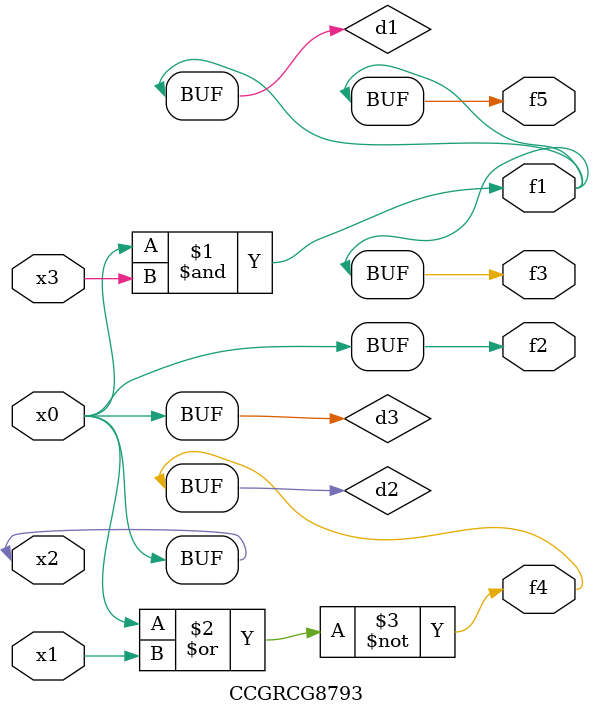
<source format=v>
module CCGRCG8793(
	input x0, x1, x2, x3,
	output f1, f2, f3, f4, f5
);

	wire d1, d2, d3;

	and (d1, x2, x3);
	nor (d2, x0, x1);
	buf (d3, x0, x2);
	assign f1 = d1;
	assign f2 = d3;
	assign f3 = d1;
	assign f4 = d2;
	assign f5 = d1;
endmodule

</source>
